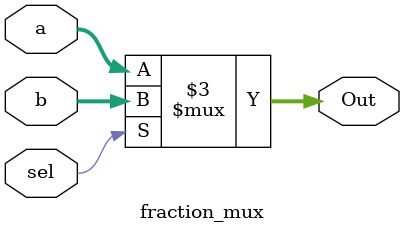
<source format=v>
`timescale 1ns / 1ps

module axi_stream #(parameter data=32)
(

input axis_clk,
input axis_reset,
input s_axis_valid_a,
input s_axis_valid_b,
input [data-1:0] s_axis_data,
input [data-1:0] s_axis_data1,

output s_axis_ready_a,
output s_axis_ready_b,
//AXI4 Master
output reg m_axis_valid_a,
output reg m_axis_valid_b,
output reg [data-1:0]m_axis_data,
output reg [data-1:0]m_axis_data1,
input m_axis_ready_a,
input m_axis_ready_b

    );
    integer i;
    assign s_axis_ready_a=m_axis_ready_a;
    assign s_axis_ready_b=m_axis_ready_b;
    always @(posedge axis_clk)
    begin
       if(s_axis_valid_a & s_axis_ready_a)
       begin
          for(i=0;i<data/8;i=i+1)
          begin
             m_axis_data[i*8+:8]<=s_axis_data[i*8+:8];
             //m_axis_data1[i*8+:8]<=s_axis_data1[i*8+:8];
               
          end
                
       end
    end
    always @(posedge axis_clk)
        begin
           if(s_axis_valid_b & s_axis_ready_b)
           begin
              for(i=0;i<data/8;i=i+1)
              begin
                 //m_axis_data[i*8+:8]<=s_axis_data[i*8+:8];
                 m_axis_data1[i*8+:8]<=s_axis_data1[i*8+:8];
                   
              end
                    
           end
        end
    always @(posedge axis_clk)
    begin
       m_axis_valid_a <= s_axis_valid_a & s_axis_ready_a;
    end
    always @(posedge axis_clk)
        begin
           m_axis_valid_b <= s_axis_valid_b & s_axis_ready_b;
        end
    
  wire [31:0] m_out;
  wire [24:0]test;
  wire [7:0]shi;
  wire c_o;
  
  float_adder axi_inter(m_axis_data[31:0],m_axis_data1[31:0],m_out[31:0],test[24:0],shi[7:0],c_o);
endmodule
module float_adder(
    input [31:0] a,
    input [31:0] b,
    output [31:0] Out,
	 output [24:0] Out_test,
	 output [7:0] shift,
	 output c_out
    );
	wire [7:0] sm,exp_out_mux,exp_out_inc;
	wire sel_b,sel_a,inc,sel_c,sm_alu_sign;
	wire [24:0] fl_add_out,final_out;
	wire [22:0] frac_out;
	assign c_out = Out_test[24:24];
	float_sm_alu sm_alu1(a[30:23],b[30:23],sm[7:0],sm_alu_sign);
	float_control_2 fc1(sm[7:0],c_out,sm_alu_sign,sel_b,sel_a,shift,inc,sel_c);
	float_add fl_add(a[22:0],b[22:0],shift[7:0],sel_b,sel_a,Out_test);
	exp_mux e1(a[30:23],b[30:23],sel_c,exp_out_mux);
	final_Op f5(exp_out_mux,inc,Out_test,exp_out_inc,final_out);
	assign frac_out = final_out[22:0];
	assign Out = {a[31:31],exp_out_inc,frac_out};
endmodule
        





module float_add(
    input [22:0] a,
    input [22:0] b,
    input [7:0] shift,
    input sel_b,
    input sel_a,
    output reg [24:0] Out
    );

	wire [23:0] sr_input, alu_input_a;
reg [23:0]	alu_input_b;
	fraction_mux mux0({1'b1,a},{1'b1,b},sel_a,alu_input_a);
	fraction_mux mux1({1'b1,a},{1'b1,b},sel_b,sr_input);
	always@(*)
	begin
	 alu_input_b = sr_input >> shift;
	 Out = alu_input_a + alu_input_b;
	end
endmodule
module exp_mux(
    input [7:0] exp_a,
    input [7:0] exp_b,
    input sel_c,
    output [7:0] exp_out
    );

	assign exp_out = (sel_c) ? exp_b : exp_a;
endmodule

module final_Op(
    input [7:0] exp_diff,
    input inc_control,
    input [24:0] shifter,
    output reg[7:0] exp_out,
    output reg [24:0] frac_out
    );

	always@(*)
	begin
		if(inc_control > 0)
			begin
				exp_out = exp_diff + 8'b1;
				frac_out = shifter >> 1'b1;
			end

		else
			begin
				exp_out = exp_diff - 8'b0;
				frac_out = shifter << 1'b0;				
			end
	end
endmodule
module float_control_2(
    input [7:0] exp_diff,
    input c_out,
	 input sm_alu_sign,
    output reg sel_b,
    output reg sel_a,
    output reg [7:0] shift,
	 output reg inc,
	 output reg sel_c
    );
always@(exp_diff or sm_alu_sign or c_out)
	begin
		if(sm_alu_sign ==  0)
			begin
				sel_a = 1'b0; 	
                sel_b = 1'b1; 			
                sel_c = 1'b0; 				
                shift = exp_diff;
			end
		else
			begin
				sel_a = 1'b1; 				
                 sel_b = 1'b0; 				
                sel_c = 1'b1;				
                 shift = ~exp_diff +1;
		end
	end
	always@(c_out)
		begin
		if(c_out > 0)
				inc = 1'b1;
		else
				inc = 1'b0;
		end
endmodule


module float_sm_alu(
    input [7:0] a,
    input [7:0] b,
    output reg [7:0] c,
	 output reg sign
    );
	
	always@(a or b)
	begin
		if(a >= b)
		begin
			c = a-b;
			sign = 1'b0;
		end
		else
		begin
			c=a-b;
			sign = 1'b1;
		end
	end
endmodule
module fraction_mux(
    input [23:0] a,
    input [23:0] b,
    input sel,
    output [23:0] Out
    );
	assign Out = (sel) ? b : a;
endmodule


</source>
